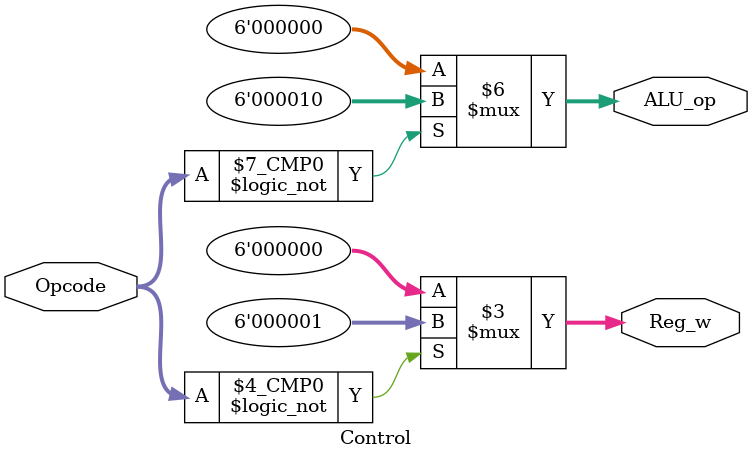
<source format=v>
module Control
(
    input [5:0] Opcode,
    output reg [5:0] ALU_op,
    output reg [5:0] Reg_w
);

always @(*)
begin
    case(Opcode)
        6'b000000: begin ALU_op = 2'b10; Reg_w = 1'b1; end // R-type
        default: begin ALU_op = 2'b00; Reg_w = 1'b0; end
    endcase
end

endmodule

</source>
